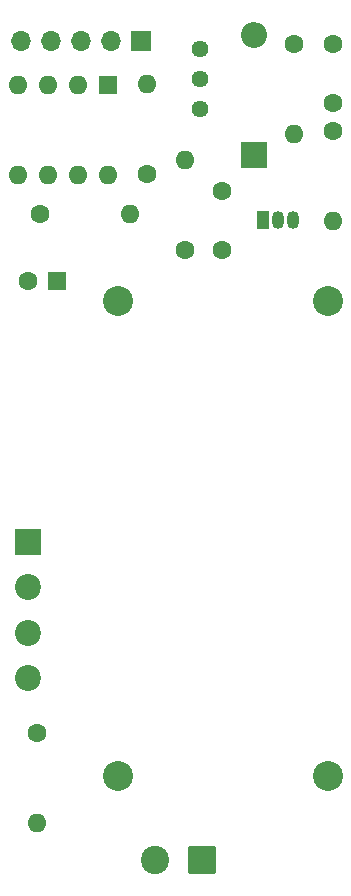
<source format=gts>
%TF.GenerationSoftware,KiCad,Pcbnew,8.0.7-8.0.7-0~ubuntu22.04.1*%
%TF.CreationDate,2024-12-23T11:54:55+01:00*%
%TF.ProjectId,repeater_v2,72657065-6174-4657-925f-76322e6b6963,rev?*%
%TF.SameCoordinates,Original*%
%TF.FileFunction,Soldermask,Top*%
%TF.FilePolarity,Negative*%
%FSLAX46Y46*%
G04 Gerber Fmt 4.6, Leading zero omitted, Abs format (unit mm)*
G04 Created by KiCad (PCBNEW 8.0.7-8.0.7-0~ubuntu22.04.1) date 2024-12-23 11:54:55*
%MOMM*%
%LPD*%
G01*
G04 APERTURE LIST*
G04 Aperture macros list*
%AMRoundRect*
0 Rectangle with rounded corners*
0 $1 Rounding radius*
0 $2 $3 $4 $5 $6 $7 $8 $9 X,Y pos of 4 corners*
0 Add a 4 corners polygon primitive as box body*
4,1,4,$2,$3,$4,$5,$6,$7,$8,$9,$2,$3,0*
0 Add four circle primitives for the rounded corners*
1,1,$1+$1,$2,$3*
1,1,$1+$1,$4,$5*
1,1,$1+$1,$6,$7*
1,1,$1+$1,$8,$9*
0 Add four rect primitives between the rounded corners*
20,1,$1+$1,$2,$3,$4,$5,0*
20,1,$1+$1,$4,$5,$6,$7,0*
20,1,$1+$1,$6,$7,$8,$9,0*
20,1,$1+$1,$8,$9,$2,$3,0*%
G04 Aperture macros list end*
%ADD10C,1.600000*%
%ADD11O,1.600000X1.600000*%
%ADD12R,1.700000X1.700000*%
%ADD13O,1.700000X1.700000*%
%ADD14R,2.200000X2.200000*%
%ADD15O,2.200000X2.200000*%
%ADD16C,1.440000*%
%ADD17R,1.050000X1.500000*%
%ADD18O,1.050000X1.500000*%
%ADD19R,1.600000X1.600000*%
%ADD20C,2.540000*%
%ADD21C,2.200000*%
%ADD22RoundRect,0.250001X0.949999X0.949999X-0.949999X0.949999X-0.949999X-0.949999X0.949999X-0.949999X0*%
%ADD23C,2.400000*%
G04 APERTURE END LIST*
D10*
%TO.C,C2*%
X55669346Y-40269213D03*
X55669346Y-45269213D03*
%TD*%
%TO.C,C1*%
X65037233Y-32852856D03*
X65037233Y-27852856D03*
%TD*%
%TO.C,R4*%
X65031734Y-35190000D03*
D11*
X65031734Y-42810000D03*
%TD*%
D12*
%TO.C,J2*%
X48787370Y-27592601D03*
D13*
X46247370Y-27592601D03*
X43707370Y-27592601D03*
X41167370Y-27592601D03*
X38627370Y-27592601D03*
%TD*%
D14*
%TO.C,D3*%
X58376591Y-37205214D03*
D15*
X58376591Y-27045214D03*
%TD*%
D16*
%TO.C,RV1*%
X53823273Y-28247157D03*
X53823273Y-30787157D03*
X53823273Y-33327157D03*
%TD*%
D10*
%TO.C,R1*%
X40000000Y-86190000D03*
D11*
X40000000Y-93810000D03*
%TD*%
D17*
%TO.C,Q1*%
X59137509Y-42719059D03*
D18*
X60407509Y-42719059D03*
X61677509Y-42719059D03*
%TD*%
D19*
%TO.C,C3*%
X41700494Y-47941934D03*
D10*
X39200494Y-47941934D03*
%TD*%
%TO.C,R2*%
X61778891Y-27808645D03*
D11*
X61778891Y-35428645D03*
%TD*%
D10*
%TO.C,R6*%
X52500000Y-45260066D03*
D11*
X52500000Y-37640066D03*
%TD*%
D10*
%TO.C,R3*%
X49321573Y-38885597D03*
D11*
X49321573Y-31265597D03*
%TD*%
D10*
%TO.C,R5*%
X40233203Y-42215530D03*
D11*
X47853203Y-42215530D03*
%TD*%
D20*
%TO.C,IN+*%
X46840533Y-89832977D03*
X64620533Y-89832977D03*
X64620533Y-49602977D03*
X46835489Y-49593646D03*
%TD*%
D14*
%TO.C,D1*%
X39269119Y-69996698D03*
D21*
X39269119Y-73846698D03*
X39269119Y-77696698D03*
X39269119Y-81546698D03*
%TD*%
D22*
%TO.C,J1*%
X53974922Y-96978417D03*
D23*
X50014922Y-96978417D03*
%TD*%
D19*
%TO.C,U1*%
X45996719Y-31312570D03*
D11*
X43456719Y-31312570D03*
X40916719Y-31312570D03*
X38376719Y-31312570D03*
X38376719Y-38932570D03*
X40916719Y-38932570D03*
X43456719Y-38932570D03*
X45996719Y-38932570D03*
%TD*%
M02*

</source>
